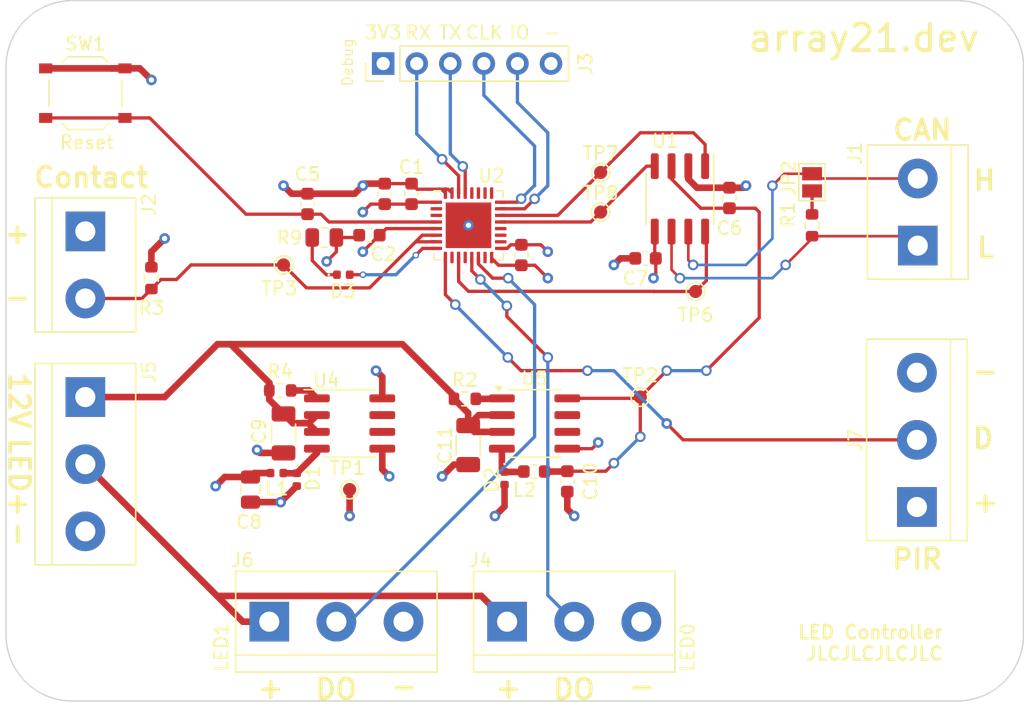
<source format=kicad_pcb>
(kicad_pcb (version 20240108) (generator "pcbnew") (generator_version "8.0")
  (layers (0 "F.Cu" signal) (1 "In1.Cu" signal "F.GND") (2 "In2.Cu" signal "F.3V3") (31 "B.Cu" signal) (34 "B.Paste" user) (35 "F.Paste" user) (36 "B.SilkS" user "B.Silkscreen") (37 "F.SilkS" user "F.Silkscreen") (38 "B.Mask" user) (39 "F.Mask" user) (44 "Edge.Cuts" user))
  (net 0 "")
  (net 1 "+3V3")
  (net 2 "GND")
  (net 3 "Net-(U2-NRST)")
  (net 4 "+5V")
  (net 5 "+12V")
  (net 6 "Net-(D1-K)")
  (net 7 "CAN+")
  (net 8 "CAN-")
  (net 9 "Door_Contact")
  (net 10 "Debug_UART_RX")
  (net 11 "Debug_UART_TX")
  (net 12 "JTAG_SWCLK")
  (net 13 "JTAG_SWDIO")
  (net 14 "Net-(U4-Ilim)")
  (net 15 "CAN_TX")
  (net 16 "CAN_RX")
  (net 17 "CAN_S")
  (net 20 "Net-(D3-K)")
  (net 21 "PIR_Signal")
  (net 24 "LED_Signal_1")
  (net 25 "LED_Signal_0")
  (net 32 "LED")
  (net 37 "Net-(D2-K)")
  (net 38 "LED+")
  (net 39 "Net-(U5-Ilim)")
  (net 42 "Net-(JP2-B)")
  (footprint "Resistor_SMD:R_0603_1608Metric" (layer "F.Cu") (at 145 63 90)
    (property "Reference" "R3" (at -2.25 0 0) (layer "F.SilkS"))
    (property "Value" "100R")
    (pad "1" smd roundrect (at -0.825 0 90) (size 0.8 0.95) (layers "F.Cu" "F.Paste" "F.Mask") (net 9 "Door_Contact"))
    (pad "2" smd roundrect (at 0.825 0 90) (size 0.8 0.95) (layers "F.Cu" "F.Paste" "F.Mask") (net 2 "GND"))
  )
  (footprint "TerminalBlock:TerminalBlock_bornier-3_P5.08mm" (layer "F.Cu") (at 140 72 -90)
    (property "Reference" "J5" (at -1.884 -4.804 90) (layer "F.SilkS"))
    (property "Value" "Power_Port")
    (pad "1" thru_hole rect (at 0 0 270) (size 3 3) (drill 1.52) (layers "*.Cu" "*.Mask") (net 5 "+12V"))
    (pad "2" thru_hole circle (at 5.08 0 270) (size 3 3) (drill 1.52) (layers "*.Cu" "*.Mask") (net 38 "LED+"))
    (pad "3" thru_hole circle (at 10.16 0 270) (size 3 3) (drill 1.52) (layers "*.Cu" "*.Mask") (net 2 "GND"))
  )
  (footprint "TerminalBlock:TerminalBlock_bornier-2_P5.08mm" (layer "F.Cu") (at 140 59.46 -90)
    (property "Reference" "J2" (at -2.02 -4.804 -90) (layer "F.SilkS"))
    (property "Value" "Contact_Sensor")
    (pad "1" thru_hole rect (at 0 0 270) (size 3 3) (drill 1.52) (layers "*.Cu" "*.Mask") (net 1 "+3V3"))
    (pad "2" thru_hole circle (at 5.08 0 270) (size 3 3) (drill 1.52) (layers "*.Cu" "*.Mask") (net 9 "Door_Contact"))
  )
  (footprint "Capacitor_SMD:C_0603_1608Metric" (layer "F.Cu") (at 164.69 56.622 90)
    (property "Reference" "C1" (at 2.032 0 180) (layer "F.SilkS"))
    (property "Value" "100nF")
    (pad "1" smd roundrect (at -0.775 0 90) (size 0.9 0.95) (layers "F.Cu" "F.Paste" "F.Mask") (net 1 "+3V3"))
    (pad "2" smd roundrect (at 0.775 0 90) (size 0.9 0.95) (layers "F.Cu" "F.Paste" "F.Mask") (net 2 "GND"))
  )
  (footprint "Inductor_SMD:L_0402_1005Metric" (layer "F.Cu") (at 154.5 77.75 180)
    (property "Reference" "L1" (at 0 -1.17 0) (layer "F.SilkS"))
    (property "Value" "1uH")
    (pad "1" smd roundrect (at -0.485 0 180) (size 0.59 0.64) (layers "F.Cu" "F.Paste" "F.Mask") (net 6 "Net-(D1-K)"))
    (pad "2" smd roundrect (at 0.485 0 180) (size 0.59 0.64) (layers "F.Cu" "F.Paste" "F.Mask") (net 1 "+3V3"))
  )
  (footprint "Capacitor_SMD:C_0603_1608Metric" (layer "F.Cu") (at 182.398 61.504 180)
    (property "Reference" "C7" (at 0.762 -1.524 180) (layer "F.SilkS"))
    (property "Value" "100nF")
    (pad "1" smd roundrect (at -0.775 0 180) (size 0.9 0.95) (layers "F.Cu" "F.Paste" "F.Mask") (net 1 "+3V3"))
    (pad "2" smd roundrect (at 0.775 0 180) (size 0.9 0.95) (layers "F.Cu" "F.Paste" "F.Mask") (net 2 "GND"))
  )
  (footprint "Resistor_SMD:R_0805_2012Metric" (layer "F.Cu") (at 158.086 59.924)
    (property "Reference" "R9" (at -2.638 0.02 0) (layer "F.SilkS"))
    (property "Value" "3.3K")
    (pad "1" smd roundrect (at -0.9125 0) (size 1.025 1.4) (layers "F.Cu" "F.Paste" "F.Mask") (roundrect_rratio 0.243902) (net 20 "Net-(D3-K)"))
    (pad "2" smd roundrect (at 0.9125 0) (size 1.025 1.4) (layers "F.Cu" "F.Paste" "F.Mask") (roundrect_rratio 0.243902) (net 2 "GND"))
  )
  (footprint "Package_SO:SOIC-8_3.9x4.9mm_P1.27mm" (layer "F.Cu") (at 185 57 -90)
    (property "Reference" "U1" (at -4.386 1.104 180) (layer "F.SilkS"))
    (property "Value" "TJA1051T-3")
    (pad "1" smd roundrect (at -2.475 -1.905 270) (size 1.95 0.6) (layers "F.Cu" "F.Paste" "F.Mask") (net 15 "CAN_TX"))
    (pad "2" smd roundrect (at -2.475 -0.635 270) (size 1.95 0.6) (layers "F.Cu" "F.Paste" "F.Mask") (net 2 "GND"))
    (pad "3" smd roundrect (at -2.475 0.635 270) (size 1.95 0.6) (layers "F.Cu" "F.Paste" "F.Mask") (net 4 "+5V"))
    (pad "4" smd roundrect (at -2.475 1.905 270) (size 1.95 0.6) (layers "F.Cu" "F.Paste" "F.Mask") (net 16 "CAN_RX"))
    (pad "5" smd roundrect (at 2.475 1.905 270) (size 1.95 0.6) (layers "F.Cu" "F.Paste" "F.Mask") (net 1 "+3V3"))
    (pad "6" smd roundrect (at 2.475 0.635 270) (size 1.95 0.6) (layers "F.Cu" "F.Paste" "F.Mask") (net 8 "CAN-"))
    (pad "7" smd roundrect (at 2.475 -0.635 270) (size 1.95 0.6) (layers "F.Cu" "F.Paste" "F.Mask") (net 7 "CAN+"))
    (pad "8" smd roundrect (at 2.475 -1.905 270) (size 1.95 0.6) (layers "F.Cu" "F.Paste" "F.Mask") (net 17 "CAN_S"))
  )
  (footprint "Diode_SMD:D_0402_1005Metric" (layer "F.Cu") (at 171.725 78.15 -90)
    (property "Reference" "D2" (at 0.119 0.962 -90) (layer "F.SilkS"))
    (property "Value" "D_Schottky")
    (pad "1" smd roundrect (at -0.485 0 270) (size 0.59 0.64) (layers "F.Cu" "F.Paste" "F.Mask") (net 37 "Net-(D2-K)"))
    (pad "2" smd roundrect (at 0.485 0 270) (size 0.59 0.64) (layers "F.Cu" "F.Paste" "F.Mask") (net 2 "GND"))
  )
  (footprint "Capacitor_SMD:C_0603_1608Metric" (layer "F.Cu") (at 176.475 78.385 -90)
    (property "Reference" "C10" (at 0 -1.75 90) (layer "F.SilkS"))
    (property "Value" "330uF")
    (pad "1" smd roundrect (at -0.775 0 270) (size 0.9 0.95) (layers "F.Cu" "F.Paste" "F.Mask") (net 4 "+5V"))
    (pad "2" smd roundrect (at 0.775 0 270) (size 0.9 0.95) (layers "F.Cu" "F.Paste" "F.Mask") (net 2 "GND"))
  )
  (footprint "TestPoint:TestPoint_Pad_D1.0mm" (layer "F.Cu") (at 182 72)
    (property "Reference" "TP2" (at 0 -1.642 0) (layer "F.SilkS"))
    (property "Value" "TestPoint")
    (pad "1" smd circle (at 0 0) (size 1 1) (layers "F.Cu" "F.Mask") (net 4 "+5V"))
  )
  (footprint "Capacitor_SMD:C_0603_1608Metric" (layer "F.Cu") (at 156.816 57.384 90)
    (property "Reference" "C5" (at 2.25 0 0) (layer "F.SilkS"))
    (property "Value" "10uF")
    (pad "1" smd roundrect (at -0.775 0 90) (size 0.9 0.95) (layers "F.Cu" "F.Paste" "F.Mask") (net 3 "Net-(U2-NRST)"))
    (pad "2" smd roundrect (at 0.775 0 90) (size 0.9 0.95) (layers "F.Cu" "F.Paste" "F.Mask") (net 2 "GND"))
  )
  (footprint "Capacitor_SMD:C_1206_3216Metric" (layer "F.Cu") (at 168.975 75.635 -90)
    (property "Reference" "C11" (at 0 1.75 90) (layer "F.SilkS"))
    (property "Value" "100uF")
    (pad "1" smd roundrect (at -1.475 0 270) (size 1.15 1.8) (layers "F.Cu" "F.Paste" "F.Mask") (roundrect_rratio 0.217391) (net 5 "+12V"))
    (pad "2" smd roundrect (at 1.475 0 270) (size 1.15 1.8) (layers "F.Cu" "F.Paste" "F.Mask") (roundrect_rratio 0.217391) (net 2 "GND"))
  )
  (footprint "Package_SO:SOIC-8_3.9x4.9mm_P1.27mm" (layer "F.Cu") (at 160 74)
    (property "Reference" "U4" (at -1.75 -3.25 0) (layer "F.SilkS"))
    (property "Value" "ADP1108AR-3.3")
    (pad "1" smd roundrect (at -2.475 -1.905) (size 1.95 0.6) (layers "F.Cu" "F.Paste" "F.Mask") (net 14 "Net-(U4-Ilim)"))
    (pad "2" smd roundrect (at -2.475 -0.635) (size 1.95 0.6) (layers "F.Cu" "F.Paste" "F.Mask") (net 5 "+12V"))
    (pad "3" smd roundrect (at -2.475 0.635) (size 1.95 0.6) (layers "F.Cu" "F.Paste" "F.Mask") (net 5 "+12V"))
    (pad "4" smd roundrect (at -2.475 1.905) (size 1.95 0.6) (layers "F.Cu" "F.Paste" "F.Mask") (net 6 "Net-(D1-K)"))
    (pad "5" smd roundrect (at 2.475 1.905) (size 1.95 0.6) (layers "F.Cu" "F.Paste" "F.Mask") (net 2 "GND"))
    (pad "6" smd roundrect (at 2.475 0.635) (size 1.95 0.6) (layers "F.Cu" "F.Paste" "F.Mask"))
    (pad "7" smd roundrect (at 2.475 -0.635) (size 1.95 0.6) (layers "F.Cu" "F.Paste" "F.Mask"))
    (pad "8" smd roundrect (at 2.475 -1.905) (size 1.95 0.6) (layers "F.Cu" "F.Paste" "F.Mask") (net 1 "+3V3"))
  )
  (footprint "TestPoint:TestPoint_Pad_D1.0mm" (layer "F.Cu") (at 155 62)
    (property "Reference" "TP3" (at -0.314 1.778 0) (layer "F.SilkS"))
    (property "Value" "TestPoint")
    (pad "1" smd circle (at 0 0) (size 1 1) (layers "F.Cu" "F.Mask") (net 9 "Door_Contact"))
  )
  (footprint "TerminalBlock:TerminalBlock_bornier-2_P5.08mm" (layer "F.Cu") (at 203 60.54 90)
    (property "Reference" "J1" (at 7 -4.75 90) (layer "F.SilkS"))
    (property "Value" "CAN")
    (pad "1" thru_hole rect (at 0 0 90) (size 3 3) (drill 1.52) (layers "*.Cu" "*.Mask") (net 8 "CAN-"))
    (pad "2" thru_hole circle (at 5.08 0 90) (size 3 3) (drill 1.52) (layers "*.Cu" "*.Mask") (net 7 "CAN+"))
  )
  (footprint "Button_Switch_SMD:SW_Push_1P1T_XKB_TS-1187A" (layer "F.Cu") (at 140 49)
    (property "Reference" "SW1" (at 0 -3.75 0) (layer "F.SilkS"))
    (property "Value" "SW_RST")
    (pad "1" smd rect (at -3 -1.875) (size 1 0.75) (layers "F.Cu" "F.Paste" "F.Mask") (net 2 "GND"))
    (pad "1" smd rect (at 3 -1.875) (size 1 0.75) (layers "F.Cu" "F.Paste" "F.Mask") (net 2 "GND"))
    (pad "2" smd rect (at -3 1.875) (size 1 0.75) (layers "F.Cu" "F.Paste" "F.Mask") (net 3 "Net-(U2-NRST)"))
    (pad "2" smd rect (at 3 1.875) (size 1 0.75) (layers "F.Cu" "F.Paste" "F.Mask") (net 3 "Net-(U2-NRST)"))
  )
  (footprint "Capacitor_SMD:C_0805_2012Metric" (layer "F.Cu") (at 152.5 79 -90)
    (property "Reference" "C8" (at 2.454 0.112 0) (layer "F.SilkS"))
    (property "Value" "330uF")
    (pad "1" smd roundrect (at -0.95 0 270) (size 1 1.45) (layers "F.Cu" "F.Paste" "F.Mask") (net 1 "+3V3"))
    (pad "2" smd roundrect (at 0.95 0 270) (size 1 1.45) (layers "F.Cu" "F.Paste" "F.Mask") (net 2 "GND"))
  )
  (footprint "Capacitor_SMD:C_0603_1608Metric" (layer "F.Cu") (at 188.748 56.932 -90)
    (property "Reference" "C6" (at 2.286 0 180) (layer "F.SilkS"))
    (property "Value" "100nF")
    (pad "1" smd roundrect (at -0.775 0 270) (size 0.9 0.95) (layers "F.Cu" "F.Paste" "F.Mask") (net 2 "GND"))
    (pad "2" smd roundrect (at 0.775 0 270) (size 0.9 0.95) (layers "F.Cu" "F.Paste" "F.Mask") (net 4 "+5V"))
  )
  (footprint "TestPoint:TestPoint_Pad_D1.0mm" (layer "F.Cu") (at 186.182 64.008)
    (property "Reference" "TP6" (at 0 1.778 0) (layer "F.SilkS"))
    (property "Value" "TestPoint")
    (pad "1" smd circle (at 0 0) (size 1 1) (layers "F.Cu" "F.Mask") (net 17 "CAN_S"))
  )
  (footprint "TerminalBlock:TerminalBlock_bornier-3_P5.08mm" (layer "F.Cu") (at 153.92 89)
    (property "Reference" "J6" (at -2.02 -4.65 0) (layer "F.SilkS"))
    (property "Value" "LED1")
    (pad "1" thru_hole rect (at 0 0) (size 3 3) (drill 1.52) (layers "*.Cu" "*.Mask") (net 38 "LED+"))
    (pad "2" thru_hole circle (at 5.08 0) (size 3 3) (drill 1.52) (layers "*.Cu" "*.Mask") (net 24 "LED_Signal_1"))
    (pad "3" thru_hole circle (at 10.16 0) (size 3 3) (drill 1.52) (layers "*.Cu" "*.Mask") (net 2 "GND"))
  )
  (footprint "TestPoint:TestPoint_Pad_D1.0mm" (layer "F.Cu") (at 179 55)
    (property "Reference" "TP7" (at 0 -1.448 0) (layer "F.SilkS"))
    (property "Value" "TestPoint")
    (pad "1" smd circle (at 0 0) (size 1 1) (layers "F.Cu" "F.Mask") (net 15 "CAN_TX"))
  )
  (footprint "Capacitor_SMD:C_0603_1608Metric" (layer "F.Cu") (at 173 61.25 -90)
    (property "Reference" "C3" (hide yes))
    (property "Value" "100nF")
    (pad "1" smd roundrect (at -0.775 0 270) (size 0.9 0.95) (layers "F.Cu" "F.Paste" "F.Mask") (net 1 "+3V3"))
    (pad "2" smd roundrect (at 0.775 0 270) (size 0.9 0.95) (layers "F.Cu" "F.Paste" "F.Mask") (net 2 "GND"))
  )
  (footprint "Resistor_SMD:R_0603_1608Metric" (layer "F.Cu") (at 168.725 72.135)
    (property "Reference" "R2" (at 0 -1.43 0) (layer "F.SilkS"))
    (property "Value" "220R")
    (pad "1" smd roundrect (at -0.825 0) (size 0.8 0.95) (layers "F.Cu" "F.Paste" "F.Mask") (net 5 "+12V"))
    (pad "2" smd roundrect (at 0.825 0) (size 0.8 0.95) (layers "F.Cu" "F.Paste" "F.Mask") (net 39 "Net-(U5-Ilim)"))
  )
  (footprint "Connector_PinHeader_2.54mm:PinHeader_1x06_P2.54mm_Vertical" (layer "F.Cu") (at 162.542 46.76 90)
    (property "Reference" "J3" (at -0.018 15.3 90) (layer "F.SilkS"))
    (property "Value" "Debug_Port")
    (pad "1" thru_hole rect (at 0 0 90) (size 1.7 1.7) (drill 1) (layers "*.Cu" "*.Mask") (net 1 "+3V3"))
    (pad "2" thru_hole oval (at 0 2.54 90) (size 1.7 1.7) (drill 1) (layers "*.Cu" "*.Mask") (net 10 "Debug_UART_RX"))
    (pad "3" thru_hole oval (at 0 5.08 90) (size 1.7 1.7) (drill 1) (layers "*.Cu" "*.Mask") (net 11 "Debug_UART_TX"))
    (pad "4" thru_hole oval (at 0 7.62 90) (size 1.7 1.7) (drill 1) (layers "*.Cu" "*.Mask") (net 12 "JTAG_SWCLK"))
    (pad "5" thru_hole oval (at 0 10.16 90) (size 1.7 1.7) (drill 1) (layers "*.Cu" "*.Mask") (net 13 "JTAG_SWDIO"))
    (pad "6" thru_hole oval (at 0 12.7 90) (size 1.7 1.7) (drill 1) (layers "*.Cu" "*.Mask") (net 2 "GND"))
  )
  (footprint "TestPoint:TestPoint_Pad_D1.0mm" (layer "F.Cu") (at 160 79)
    (property "Reference" "TP1" (at -0.164 -1.628 0) (layer "F.SilkS"))
    (property "Value" "TestPoint")
    (pad "1" smd circle (at 0 0) (size 1 1) (layers "F.Cu" "F.Mask") (net 1 "+3V3"))
  )
  (footprint "Diode_SMD:D_0402_1005Metric" (layer "F.Cu") (at 156 78.25 -90)
    (property "Reference" "D1" (at -0.098 -1.214 90) (layer "F.SilkS"))
    (property "Value" "D_Schottky")
    (pad "1" smd roundrect (at -0.485 0 270) (size 0.59 0.64) (layers "F.Cu" "F.Paste" "F.Mask") (net 6 "Net-(D1-K)"))
    (pad "2" smd roundrect (at 0.485 0 270) (size 0.59 0.64) (layers "F.Cu" "F.Paste" "F.Mask") (net 2 "GND"))
  )
  (footprint "Jumper:SolderJumper-2_P1.3mm_Open_Pad1.0x1.5mm" (layer "F.Cu") (at 195 55.75 -90)
    (property "Reference" "JP2" (at -0.306 1.778 90) (layer "F.SilkS"))
    (property "Value" "CAN_Resistor")
    (pad "1" smd rect (at -0.65 0 270) (size 1 1.5) (layers "F.Cu" "F.Mask") (net 7 "CAN+"))
    (pad "2" smd rect (at 0.65 0 270) (size 1 1.5) (layers "F.Cu" "F.Mask") (net 42 "Net-(JP2-B)"))
  )
  (footprint "Package_SO:SOIC-8_3.9x4.9mm_P1.27mm" (layer "F.Cu") (at 174 74)
    (property "Reference" "U5" (at 0 -3.4 0) (layer "F.SilkS"))
    (property "Value" "ADP1108AR-5")
    (pad "1" smd roundrect (at -2.475 -1.905) (size 1.95 0.6) (layers "F.Cu" "F.Paste" "F.Mask") (net 39 "Net-(U5-Ilim)"))
    (pad "2" smd roundrect (at -2.475 -0.635) (size 1.95 0.6) (layers "F.Cu" "F.Paste" "F.Mask") (net 5 "+12V"))
    (pad "3" smd roundrect (at -2.475 0.635) (size 1.95 0.6) (layers "F.Cu" "F.Paste" "F.Mask") (net 5 "+12V"))
    (pad "4" smd roundrect (at -2.475 1.905) (size 1.95 0.6) (layers "F.Cu" "F.Paste" "F.Mask") (net 37 "Net-(D2-K)"))
    (pad "5" smd roundrect (at 2.475 1.905) (size 1.95 0.6) (layers "F.Cu" "F.Paste" "F.Mask") (net 2 "GND"))
    (pad "6" smd roundrect (at 2.475 0.635) (size 1.95 0.6) (layers "F.Cu" "F.Paste" "F.Mask"))
    (pad "7" smd roundrect (at 2.475 -0.635) (size 1.95 0.6) (layers "F.Cu" "F.Paste" "F.Mask"))
    (pad "8" smd roundrect (at 2.475 -1.905) (size 1.95 0.6) (layers "F.Cu" "F.Paste" "F.Mask") (net 4 "+5V"))
  )
  (footprint "Package_DFN_QFN:QFN-32-1EP_5x5mm_P0.5mm_EP3.45x3.45mm" (layer "F.Cu") (at 169 59)
    (property "Reference" "U2" (at 1.75 -3.75 0) (layer "F.SilkS"))
    (property "Value" "STM32L432KBU6")
    (pad "1" smd roundrect (at -2.4375 -1.75) (size 0.875 0.25) (layers "F.Cu" "F.Paste" "F.Mask") (net 1 "+3V3"))
    (pad "2" smd roundrect (at -2.4375 -1.25) (size 0.875 0.25) (layers "F.Cu" "F.Paste" "F.Mask"))
    (pad "3" smd roundrect (at -2.4375 -0.75) (size 0.875 0.25) (layers "F.Cu" "F.Paste" "F.Mask"))
    (pad "4" smd roundrect (at -2.4375 -0.25) (size 0.875 0.25) (layers "F.Cu" "F.Paste" "F.Mask") (net 3 "Net-(U2-NRST)"))
    (pad "5" smd roundrect (at -2.4375 0.25) (size 0.875 0.25) (layers "F.Cu" "F.Paste" "F.Mask") (net 1 "+3V3"))
    (pad "6" smd roundrect (at -2.4375 0.75) (size 0.875 0.25) (layers "F.Cu" "F.Paste" "F.Mask") (net 9 "Door_Contact"))
    (pad "7" smd roundrect (at -2.4375 1.25) (size 0.875 0.25) (layers "F.Cu" "F.Paste" "F.Mask") (net 9 "Door_Contact"))
    (pad "8" smd roundrect (at -2.4375 1.75) (size 0.875 0.25) (layers "F.Cu" "F.Paste" "F.Mask") (net 32 "LED"))
    (pad "9" smd roundrect (at -1.75 2.4375) (size 0.25 0.875) (layers "F.Cu" "F.Paste" "F.Mask") (net 21 "PIR_Signal"))
    (pad "10" smd roundrect (at -1.25 2.4375) (size 0.25 0.875) (layers "F.Cu" "F.Paste" "F.Mask"))
    (pad "11" smd roundrect (at -0.75 2.4375) (size 0.25 0.875) (layers "F.Cu" "F.Paste" "F.Mask") (net 17 "CAN_S"))
    (pad "12" smd roundrect (at -0.25 2.4375) (size 0.25 0.875) (layers "F.Cu" "F.Paste" "F.Mask"))
    (pad "13" smd roundrect (at 0.25 2.4375) (size 0.25 0.875) (layers "F.Cu" "F.Paste" "F.Mask") (net 25 "LED_Signal_0"))
    (pad "14" smd roundrect (at 0.75 2.4375) (size 0.25 0.875) (layers "F.Cu" "F.Paste" "F.Mask") (net 24 "LED_Signal_1"))
    (pad "15" smd roundrect (at 1.25 2.4375) (size 0.25 0.875) (layers "F.Cu" "F.Paste" "F.Mask"))
    (pad "16" smd roundrect (at 1.75 2.4375) (size 0.25 0.875) (layers "F.Cu" "F.Paste" "F.Mask") (net 2 "GND"))
    (pad "17" smd roundrect (at 2.4375 1.75) (size 0.875 0.25) (layers "F.Cu" "F.Paste" "F.Mask") (net 1 "+3V3"))
    (pad "18" smd roundrect (at 2.4375 1.25) (size 0.875 0.25) (layers "F.Cu" "F.Paste" "F.Mask"))
    (pad "19" smd roundrect (at 2.4375 0.75) (size 0.875 0.25) (layers "F.Cu" "F.Paste" "F.Mask"))
    (pad "20" smd roundrect (at 2.4375 0.25) (size 0.875 0.25) (layers "F.Cu" "F.Paste" "F.Mask"))
    (pad "21" smd roundrect (at 2.4375 -0.25) (size 0.875 0.25) (layers "F.Cu" "F.Paste" "F.Mask") (net 16 "CAN_RX"))
    (pad "22" smd roundrect (at 2.4375 -0.75) (size 0.875 0.25) (layers "F.Cu" "F.Paste" "F.Mask") (net 15 "CAN_TX"))
    (pad "23" smd roundrect (at 2.4375 -1.25) (size 0.875 0.25) (layers "F.Cu" "F.Paste" "F.Mask") (net 13 "JTAG_SWDIO"))
    (pad "24" smd roundrect (at 2.4375 -1.75) (size 0.875 0.25) (layers "F.Cu" "F.Paste" "F.Mask") (net 12 "JTAG_SWCLK"))
    (pad "25" smd roundrect (at 1.75 -2.4375) (size 0.25 0.875) (layers "F.Cu" "F.Paste" "F.Mask"))
    (pad "26" smd roundrect (at 1.25 -2.4375) (size 0.25 0.875) (layers "F.Cu" "F.Paste" "F.Mask"))
    (pad "27" smd roundrect (at 0.75 -2.4375) (size 0.25 0.875) (layers "F.Cu" "F.Paste" "F.Mask"))
    (pad "28" smd roundrect (at 0.25 -2.4375) (size 0.25 0.875) (layers "F.Cu" "F.Paste" "F.Mask"))
    (pad "29" smd roundrect (at -0.25 -2.4375) (size 0.25 0.875) (layers "F.Cu" "F.Paste" "F.Mask") (net 11 "Debug_UART_TX"))
    (pad "30" smd roundrect (at -0.75 -2.4375) (size 0.25 0.875) (layers "F.Cu" "F.Paste" "F.Mask") (net 10 "Debug_UART_RX"))
    (pad "31" smd roundrect (at -1.25 -2.4375) (size 0.25 0.875) (layers "F.Cu" "F.Paste" "F.Mask") (net 2 "GND"))
    (pad "32" smd roundrect (at -1.75 -2.4375) (size 0.25 0.875) (layers "F.Cu" "F.Paste" "F.Mask") (net 2 "GND"))
    (pad "33" smd rect (at 0 0) (size 3.45 3.45) (layers "F.Cu" "F.Mask") (net 2 "GND"))
  )
  (footprint "Resistor_SMD:R_0603_1608Metric" (layer "F.Cu") (at 154.75 71.5)
    (property "Reference" "R4" (at 0 -1.43 0) (layer "F.SilkS"))
    (property "Value" "100R")
    (pad "1" smd roundrect (at -0.825 0) (size 0.8 0.95) (layers "F.Cu" "F.Paste" "F.Mask") (net 5 "+12V"))
    (pad "2" smd roundrect (at 0.825 0) (size 0.8 0.95) (layers "F.Cu" "F.Paste" "F.Mask") (net 14 "Net-(U4-Ilim)"))
  )
  (footprint "Capacitor_SMD:C_1206_3216Metric" (layer "F.Cu") (at 155 74.75 -90)
    (property "Reference" "C9" (at -0.154 1.85 90) (layer "F.SilkS"))
    (property "Value" "100uF")
    (pad "1" smd roundrect (at -1.475 0 270) (size 1.15 1.8) (layers "F.Cu" "F.Paste" "F.Mask") (roundrect_rratio 0.217391) (net 5 "+12V"))
    (pad "2" smd roundrect (at 1.475 0 270) (size 1.15 1.8) (layers "F.Cu" "F.Paste" "F.Mask") (roundrect_rratio 0.217391) (net 2 "GND"))
  )
  (footprint "TestPoint:TestPoint_Pad_D1.0mm" (layer "F.Cu") (at 179 58)
    (property "Reference" "TP8" (at 0 -1.448 0) (layer "F.SilkS"))
    (property "Value" "TestPoint")
    (pad "1" smd circle (at 0 0) (size 1 1) (layers "F.Cu" "F.Mask") (net 16 "CAN_RX"))
  )
  (footprint "Resistor_SMD:R_0603_1608Metric" (layer "F.Cu") (at 195 59 -90)
    (property "Reference" "R1" (at -0.806 1.828 90) (layer "F.SilkS"))
    (property "Value" "120R")
    (pad "1" smd roundrect (at -0.825 0 270) (size 0.8 0.95) (layers "F.Cu" "F.Paste" "F.Mask") (net 42 "Net-(JP2-B)"))
    (pad "2" smd roundrect (at 0.825 0 270) (size 0.8 0.95) (layers "F.Cu" "F.Paste" "F.Mask") (net 8 "CAN-"))
  )
  (footprint "TerminalBlock:TerminalBlock_bornier-3_P5.08mm" (layer "F.Cu") (at 202.936 80.318 90)
    (property "Reference" "J7" (at 5.05 -4.65 90) (layer "F.SilkS"))
    (property "Value" "PIR_Sensor")
    (pad "1" thru_hole rect (at 0 0 90) (size 3 3) (drill 1.52) (layers "*.Cu" "*.Mask") (net 1 "+3V3"))
    (pad "2" thru_hole circle (at 5.08 0 90) (size 3 3) (drill 1.52) (layers "*.Cu" "*.Mask") (net 21 "PIR_Signal"))
    (pad "3" thru_hole circle (at 10.16 0 90) (size 3 3) (drill 1.52) (layers "*.Cu" "*.Mask") (net 2 "GND"))
  )
  (footprint "Inductor_SMD:L_0603_1608Metric" (layer "F.Cu") (at 173.975 77.635)
    (property "Reference" "L2" (at -0.75 1.396 180) (layer "F.SilkS"))
    (property "Value" "330u")
    (pad "1" smd roundrect (at -0.7875 0) (size 0.875 0.95) (layers "F.Cu" "F.Paste" "F.Mask") (net 37 "Net-(D2-K)"))
    (pad "2" smd roundrect (at 0.7875 0) (size 0.875 0.95) (layers "F.Cu" "F.Paste" "F.Mask") (net 4 "+5V"))
  )
  (footprint "Capacitor_SMD:C_0603_1608Metric" (layer "F.Cu") (at 161.5 59.75 180)
    (property "Reference" "C2" (at -1.06 -1.444 180) (layer "F.SilkS"))
    (property "Value" "100nF")
    (pad "1" smd roundrect (at -0.775 0 180) (size 0.9 0.95) (layers "F.Cu" "F.Paste" "F.Mask") (net 1 "+3V3"))
    (pad "2" smd roundrect (at 0.775 0 180) (size 0.9 0.95) (layers "F.Cu" "F.Paste" "F.Mask") (net 2 "GND"))
  )
  (footprint "Capacitor_SMD:C_0603_1608Metric" (layer "F.Cu") (at 162.658 56.622 90)
    (property "Reference" "C4" (hide yes))
    (property "Value" "10uF")
    (pad "1" smd roundrect (at -0.775 0 90) (size 0.9 0.95) (layers "F.Cu" "F.Paste" "F.Mask") (net 1 "+3V3"))
    (pad "2" smd roundrect (at 0.775 0 90) (size 0.9 0.95) (layers "F.Cu" "F.Paste" "F.Mask") (net 2 "GND"))
  )
  (footprint "LED_SMD:LED_0402_1005Metric" (layer "F.Cu") (at 159.525 62.74)
    (property "Reference" "D3" (at -0.025 1.26 0) (layer "F.SilkS"))
    (property "Value" "LED")
    (pad "1" smd roundrect (at -0.485 0) (size 0.59 0.64) (layers "F.Cu" "F.Paste" "F.Mask") (net 20 "Net-(D3-K)"))
    (pad "2" smd roundrect (at 0.485 0) (size 0.59 0.64) (layers "F.Cu" "F.Paste" "F.Mask") (net 32 "LED"))
  )
  (footprint "TerminalBlock:TerminalBlock_bornier-3_P5.08mm" (layer "F.Cu") (at 171.92 89)
    (property "Reference" "J4" (at -2.006 -4.65 0) (layer "F.SilkS"))
    (property "Value" "LED0")
    (pad "1" thru_hole rect (at 0 0) (size 3 3) (drill 1.52) (layers "*.Cu" "*.Mask") (net 38 "LED+"))
    (pad "2" thru_hole circle (at 5.08 0) (size 3 3) (drill 1.52) (layers "*.Cu" "*.Mask") (net 25 "LED_Signal_0"))
    (pad "3" thru_hole circle (at 10.16 0) (size 3 3) (drill 1.52) (layers "*.Cu" "*.Mask") (net 2 "GND"))
  )
  (gr_line (start 139 95) (end 206 95) (stroke (width 0.1)) (layer "Edge.Cuts"))
  (gr_line (start 206 42) (end 139 42) (stroke (width 0.1)) (layer "Edge.Cuts"))
  (gr_line (start 134 47) (end 134 90) (stroke (width 0.1)) (layer "Edge.Cuts"))
  (gr_arc (start 139 95) (mid 135.464466 93.535534) (end 134 90) (stroke (width 0.1)) (layer "Edge.Cuts"))
  (gr_arc (start 134 47) (mid 135.464466 43.464466) (end 139 42) (stroke (width 0.1)) (layer "Edge.Cuts"))
  (gr_line (start 211 90) (end 211 47) (stroke (width 0.1)) (layer "Edge.Cuts"))
  (gr_arc (start 211 90) (mid 209.535534 93.535534) (end 206 95) (stroke (width 0.1)) (layer "Edge.Cuts"))
  (gr_arc (start 206 42) (mid 209.535534 43.464466) (end 211 47) (stroke (width 0.1)) (layer "Edge.Cuts"))
  (gr_text "LED0" (at 186.17 92.872 90) (layer "F.SilkS") (effects (font (size 1 1)) (justify left bottom)))
  (gr_text "H" (at 207.064 56.476 0) (layer "F.SilkS") (effects (font (size 1.5 1.5) (thickness 0.3) (bold yes)) (justify left bottom)))
  (gr_text "-\n" (at 134.112 81.25 270) (layer "F.SilkS") (effects (font (size 1.5 1.5) (thickness 0.3) (bold yes)) (justify left bottom)))
  (gr_text "-" (at 174.54 45 0) (layer "F.SilkS") (effects (font (size 1 1)) (justify left bottom)))
  (gr_text "12V" (at 134.112 70 270) (layer "F.SilkS") (effects (font (size 1.5 1.5) (thickness 0.3) (bold yes)) (justify left bottom)))
  (gr_text "CLK" (at 168.698 45 0) (layer "F.SilkS") (effects (font (size 1 1)) (justify left bottom)))
  (gr_text "+\n" (at 153.25 93 270) (layer "F.SilkS") (effects (font (size 1.5 1.5) (thickness 0.3) (bold yes)) (justify left bottom)))
  (gr_text "RX" (at 164.126 45 0) (layer "F.SilkS") (effects (font (size 1 1)) (justify left bottom)))
  (gr_text "TX" (at 166.666 45 0) (layer "F.SilkS") (effects (font (size 1 1)) (justify left bottom)))
  (gr_text "PIR" (at 200.904 85.144 0) (layer "F.SilkS") (effects (font (size 1.5 1.5) (thickness 0.3) (bold yes)) (justify left bottom)))
  (gr_text "D" (at 207 76 0) (layer "F.SilkS") (effects (font (size 1.5 1.5) (thickness 0.3) (bold yes)) (justify left bottom)))
  (gr_text "-\n" (at 163 94.75 0) (layer "F.SilkS") (effects (font (size 1.5 1.5) (thickness 0.3) (bold yes)) (justify left bottom)))
  (gr_text "-\n" (at 181 94.75 0) (layer "F.SilkS") (effects (font (size 1.5 1.5) (thickness 0.3) (bold yes)) (justify left bottom)))
  (gr_text "DO\n" (at 157.25 95 0) (layer "F.SilkS") (effects (font (size 1.5 1.5) (thickness 0.3) (bold yes)) (justify left bottom)))
  (gr_text "Contact" (at 135.9635 56.25 0) (layer "F.SilkS") (effects (font (size 1.5 1.5) (thickness 0.3) (bold yes)) (justify left bottom)))
  (gr_text "+\n" (at 171.25 93 270) (layer "F.SilkS") (effects (font (size 1.5 1.5) (thickness 0.3) (bold yes)) (justify left bottom)))
  (gr_text "CAN" (at 200.968 52.666 0) (layer "F.SilkS") (effects (font (size 1.5 1.5) (thickness 0.3) (bold yes)) (justify left bottom)))
  (gr_text "-\n" (at 207 70.92 0) (layer "F.SilkS") (effects (font (size 1.5 1.5) (thickness 0.3) (bold yes)) (justify left bottom)))
  (gr_text "-\n" (at 136 63.778 180) (layer "F.SilkS") (effects (font (size 1.5 1.5) (thickness 0.3) (bold yes)) (justify left bottom)))
  (gr_text "LED Controller\nJLCJLCJLCJLC" (at 205 92 0) (layer "F.SilkS") (effects (font (size 1 1) (thickness 0.2) (bold yes)) (justify right bottom)))
  (gr_text "LED1" (at 150.884 92.872 90) (layer "F.SilkS") (effects (font (size 1 1)) (justify left bottom)))
  (gr_text "3V3" (at 161.078 45 0) (layer "F.SilkS") (effects (font (size 1 1)) (justify left bottom)))
  (gr_text "Reset" (at 137.968 53.318 0) (layer "F.SilkS") (effects (font (size 1 1)) (justify left bottom)))
  (gr_text "L" (at 207.318 61.556 0) (layer "F.SilkS") (effects (font (size 1.5 1.5) (thickness 0.3) (bold yes)) (justify left bottom)))
  (gr_text "DO\n" (at 175.25 95 0) (layer "F.SilkS") (effects (font (size 1.5 1.5) (thickness 0.3) (bold yes)) (justify left bottom)))
  (gr_text "+" (at 136 58.952 180) (layer "F.SilkS") (effects (font (size 1.5 1.5) (thickness 0.3) (bold yes)) (justify left bottom)))
  (gr_text "LED+" (at 134.112 74.93 270) (layer "F.SilkS") (effects (font (size 1.5 1.5) (thickness 0.3) (bold yes)) (justify left bottom)))
  (gr_text "Debug" (at 160.316 48.556 90) (layer "F.SilkS") (effects (font (size 0.8 0.8) (thickness 0.1)) (justify left bottom)))
  (gr_text "array21.dev" (at 190 46 0) (layer "F.SilkS") (effects (font (size 2 2) (thickness 0.3)) (justify left bottom)))
  (gr_text "IO" (at 172 45 0) (layer "F.SilkS") (effects (font (size 1 1)) (justify left bottom)))
  (gr_text "+\n" (at 207 80.826 0) (layer "F.SilkS") (effects (font (size 1.5 1.5) (thickness 0.3) (bold yes)) (justify left bottom)))
  (segment (start 183.095 61.426) (end 183.173 61.504) (width 0.25) (layer "F.Cu") (net 1))
  (segment (start 162.475 70.475) (end 162 70) (width 0.5) (layer "F.Cu") (net 1))
  (segment (start 171.92474 60.75) (end 172.19974 60.475) (width 0.25) (layer "F.Cu") (net 1))
  (segment (start 164.69 57.397) (end 164.837 57.25) (width 0.25) (layer "F.Cu") (net 1))
  (segment (start 154.015 77.75) (end 152.8 77.75) (width 0.5) (layer "F.Cu") (net 1))
  (segment (start 183.095 59.475) (end 183.095 61.426) (width 0.25) (layer "F.Cu") (net 1))
  (segment (start 162.475 72.095) (end 162.475 70.475) (width 0.5) (layer "F.Cu") (net 1))
  (segment (start 160 79) (end 160 81) (width 0.5) (layer "F.Cu") (net 1))
  (segment (start 161.603 57.397) (end 161 58) (width 0.25) (layer "F.Cu") (net 1))
  (segment (start 172.73 60.75) (end 172.75 60.77) (width 0.25) (layer "F.Cu") (net 1))
  (segment (start 162.775 59.25) (end 162.275 59.75) (width 0.25) (layer "F.Cu") (net 1))
  (segment (start 150.55 78.05) (end 149.86 78.74) (width 0.5) (layer "F.Cu") (net 1))
  (segment (start 162.275 59.75) (end 162.25 59.75) (width 0.25) (layer "F.Cu") (net 1))
  (segment (start 166.5625 59.25) (end 162.775 59.25) (width 0.25) (layer "F.Cu") (net 1))
  (segment (start 164.69 57.397) (end 162.658 57.397) (width 0.25) (layer "F.Cu") (net 1))
  (segment (start 174.475 60.475) (end 175 61) (width 0.25) (layer "F.Cu") (net 1))
  (segment (start 164.837 57.25) (end 166.5625 57.25) (width 0.25) (layer "F.Cu") (net 1))
  (segment (start 171.4375 60.75) (end 171.92474 60.75) (width 0.25) (layer "F.Cu") (net 1))
  (segment (start 162.25 59.75) (end 161 61) (width 0.25) (layer "F.Cu") (net 1))
  (segment (start 152.5 78.05) (end 150.55 78.05) (width 0.5) (layer "F.Cu") (net 1))
  (segment (start 172.19974 60.475) (end 173 60.475) (width 0.25) (layer "F.Cu") (net 1))
  (segment (start 183.173 62.827) (end 183 63) (width 0.25) (layer "F.Cu") (net 1))
  (segment (start 173 60.475) (end 174.475 60.475) (width 0.25) (layer "F.Cu") (net 1))
  (segment (start 162.658 57.397) (end 161.603 57.397) (width 0.25) (layer "F.Cu") (net 1))
  (segment (start 183.173 61.504) (end 183.173 62.827) (width 0.25) (layer "F.Cu") (net 1))
  (segment (start 152.8 77.75) (end 152.5 78.05) (width 0.5) (layer "F.Cu") (net 1))
  (via (at 149.86 78.74) (size 0.8) (drill 0.4) (layers "F.Cu" "B.Cu") (net 1))
  (via (at 162 70) (size 0.8) (drill 0.4) (layers "F.Cu" "B.Cu") (net 1))
  (via (at 160 81) (size 0.8) (drill 0.4) (layers "F.Cu" "B.Cu") (net 1))
  (via (at 161 58) (size 0.8) (drill 0.4) (layers "F.Cu" "B.Cu") (net 1))
  (via (at 183 63) (size 0.8) (drill 0.4) (layers "F.Cu" "B.Cu") (net 1))
  (via (at 161 61) (size 0.8) (drill 0.4) (layers "F.Cu" "B.Cu") (net 1))
  (via (at 175 61) (size 0.8) (drill 0.4) (layers "F.Cu" "B.Cu") (net 1))
  (segment (start 137 47.125) (end 142 47.125) (width 0.5) (layer "F.Cu") (net 2))
  (segment (start 156.816 56.609) (end 160.391 56.609) (width 0.5) (layer "F.Cu") (net 2))
  (segment (start 185.635 55.499999) (end 186.292001 56.157) (width 0.5) (layer "F.Cu") (net 2))
  (segment (start 154.785 79.95) (end 156 78.735) (width 0.5) (layer "F.Cu") (net 2))
  (segment (start 142 47.125) (end 143.125 47.125) (width 0.5) (layer "F.Cu") (net 2))
  (segment (start 176.475 80.475) (end 177 81) (width 0.5) (layer "F.Cu") (net 2))
  (segment (start 145 61) (end 146 60) (width 0.5) (layer "F.Cu") (net 2))
  (segment (start 158.9985 59.924) (end 158.9985 60.2485) (width 0.25) (layer "F.Cu") (net 2))
  (segment (start 166.75 56.27) (end 166.9575 56.27) (width 0.25) (layer "F.Cu") (net 2))
  (segment (start 167.89 77.11) (end 167 78) (width 0.5) (layer "F.Cu") (net 2))
  (segment (start 170.75 61.4375) (end 170.75 61.5) (width 0.25) (layer "F.Cu") (net 2))
  (segment (start 145 62.175) (end 145 61) (width 0.5) (layer "F.Cu") (net 2))
  (segment (start 170.75 61.5) (end 171.275 62.025) (width 0.25) (layer "F.Cu") (net 2))
  (segment (start 162.658 55.847) (end 161.153 55.847) (width 0.5) (layer "F.Cu") (net 2))
  (segment (start 167.4575 56.27) (end 167.75 56.5625) (width 0.25) (layer "F.Cu") (net 2))
  (segment (start 160.551 59.924) (end 160.725 59.75) (width 0.25) (layer "F.Cu") (net 2))
  (segment (start 153.225 76.225) (end 153 76) (width 0.5) (layer "F.Cu") (net 2))
  (segment (start 176.475 79.16) (end 176.475 80.475) (width 0.5) (layer "F.Cu") (net 2))
  (segment (start 173 62.025) (end 174.025 62.025) (width 0.25) (layer "F.Cu") (net 2))
  (segment (start 155 76.225) (end 153.225 76.225) (width 0.5) (layer "F.Cu") (net 2))
  (segment (start 171.725 80.275) (end 171 81) (width 0.5) (layer "F.Cu") (net 2))
  (segment (start 156.816 56.609) (end 155.609 56.609) (width 0.5) (layer "F.Cu") (net 2))
  (segment (start 166.75 56.27) (end 167.4575 56.27) (width 0.25) (layer "F.Cu") (net 2))
  (segment (start 181.623 61.504) (end 180.496 61.504) (width 0.5) (layer "F.Cu") (net 2))
  (segment (start 161.153 55.847) (end 161 56) (width 0.5) (layer "F.Cu") (net 2))
  (segment (start 180.496 61.504) (end 180 62) (width 0.5) (layer "F.Cu") (net 2))
  (segment (start 152.5 79.95) (end 154.785 79.95) (width 0.5) (layer "F.Cu") (net 2))
  (segment (start 186.292001 56.157) (end 188.748 56.157) (width 0.5) (layer "F.Cu") (net 2))
  (segment (start 166.9575 56.27) (end 167.25 56.5625) (width 0.25) (layer "F.Cu") (net 2))
  (segment (start 155.609 56.609) (end 155 56) (width 0.5) (layer "F.Cu") (net 2))
  (segment (start 160.391 56.609) (end 161 56) (width 0.5) (layer "F.Cu") (net 2))
  (segment (start 143 47.125) (end 144.125 47.125) (width 0.5) (layer "F.Cu") (net 2))
  (segment (start 168.975 77.11) (end 167.89 77.11) (width 0.5) (layer "F.Cu") (net 2))
  (segment (start 162.475 75.905) (end 162.475 77.475) (width 0.5) (layer "F.Cu") (net 2))
  (segment (start 142 47.125) (end 143 47.125) (width 0.5) (layer "F.Cu") (net 2))
  (segment (start 144.125 47.125) (end 145 48) (width 0.5) (layer "F.Cu") (net 2))
  (segment (start 162.475 77.475) (end 163 78) (width 0.5) (layer "F.Cu") (net 2))
  (segment (start 158.9985 61.0015) (end 158.262653 61.737347) (width 0.25) (layer "F.Cu") (net 2))
  (segment (start 165.113 56.27) (end 166.75 56.27) (width 0.25) (layer "F.Cu") (net 2))
  (segment (start 188.843 56.157) (end 188.748 56.157) (width 0.5) (layer "F.Cu") (net 2))
  (segment (start 178.349 75.905) (end 178.816 75.438) (width 0.25) (layer "F.Cu") (net 2))
  (segment (start 176.475 75.905) (end 178.349 75.905) (width 0.25) (layer "F.Cu") (net 2))
  (segment (start 164.69 55.847) (end 165.113 56.27) (width 0.25) (layer "F.Cu") (net 2))
  (segment (start 158.9985 59.924) (end 158.9985 61.0015) (width 0.25) (layer "F.Cu") (net 2))
  (segment (start 188.748 56.157) (end 189.843 56.157) (width 0.5) (layer "F.Cu") (net 2))
  (segment (start 171.275 62.025) (end 173 62.025) (width 0.25) (layer "F.Cu") (net 2))
  (segment (start 185.635 54.525) (end 185.635 55.499999) (width 0.5) (layer "F.Cu") (net 2))
  (segment (start 171.725 78.635) (end 171.725 80.275) (width 0.5) (layer "F.Cu") (net 2))
  (segment (start 158.9985 59.924) (end 160.551 59.924) (width 0.25) (layer "F.Cu") (net 2))
  (segment (start 174.025 62.025) (end 175 63) (width 0.25) (layer "F.Cu") (net 2))
  (segment (start 164.69 55.847) (end 162.658 55.847) (width 0.25) (layer "F.Cu") (net 2))
  (segment (start 189.843 56.157) (end 190 56) (width 0.5) (layer "F.Cu") (net 2))
  (via (at 171 81) (size 0.8) (drill 0.4) (layers "F.Cu" "B.Cu") (net 2))
  (via (at 163 78) (size 0.8) (drill 0.4) (layers "F.Cu" "B.Cu") (net 2))
  (via (at 167 78) (size 0.8) (drill 0.4) (layers "F.Cu" "B.Cu") (net 2))
  (via (at 178.816 75.438) (size 0.8) (drill 0.4) (layers "F.Cu" "B.Cu") (net 2))
  (via (at 158.262653 61.737347) (size 0.8) (drill 0.4) (layers "F.Cu" "B.Cu") (net 2))
  (via (at 180 62) (size 0.8) (drill 0.4) (layers "F.Cu" "B.Cu") (net 2))
  (via (at 145 48) (size 0.8) (drill 0.4) (layers "F.Cu" "B.Cu") (net 2))
  (via (at 169 59) (size 0.8) (drill 0.4) (layers "F.Cu" "B.Cu") (net 2))
  (via (at 154.785 79.95) (size 0.8) (drill 0.4) (layers "F.Cu" "B.Cu") (net 2))
  (via (at 175 63) (size 0.8) (drill 0.4) (layers "F.Cu" "B.Cu") (net 2))
  (via (at 155 56) (size 0.8) (drill 0.4) (layers "F.Cu" "B.Cu") (net 2))
  (via (at 190 56) (size 0.8) (drill 0.4) (layers "F.Cu" "B.Cu") (net 2))
  (via (at 177 81) (size 0.8) (drill 0.4) (layers "F.Cu" "B.Cu") (net 2))
  (via (at 161 56) (size 0.8) (drill 0.4) (layers "F.Cu" "B.Cu") (net 2))
  (via (at 153 76) (size 0.8) (drill 0.4) (layers "F.Cu" "B.Cu") (net 2))
  (via (at 146 60) (size 0.8) (drill 0.4) (layers "F.Cu" "B.Cu") (net 2))
  (segment (start 157.845 58.159) (end 158.436 58.75) (width 0.25) (layer "F.Cu") (net 3))
  (segment (start 156.816 58.159) (end 157.845 58.159) (width 0.25) (layer "F.Cu") (net 3))
  (segment (start 143 50.875) (end 144.875 50.875) (width 0.25) (layer "F.Cu") (net 3))
  (segment (start 144.875 50.875) (end 152.159 58.159) (width 0.25) (layer "F.Cu") (net 3))
  (segment (start 137 50.875) (end 143 50.875) (width 0.25) (layer "F.Cu") (net 3))
  (segment (start 156.816 58.159) (end 156.803 58.146) (width 0.25) (layer "F.Cu") (net 3))
  (segment (start 152.159 58.159) (end 156.816 58.159) (width 0.25) (layer "F.Cu") (net 3))
  (segment (start 158.436 58.75) (end 166.5625 58.75) (width 0.25) (layer "F.Cu") (net 3))
  (segment (start 191 58) (end 191 66) (width 0.25) (layer "F.Cu") (net 4))
  (segment (start 176.45 77.635) (end 176.475 77.61) (width 0.5) (layer "F.Cu") (net 4))
  (segment (start 179.39 77.61) (end 180 77) (width 0.25) (layer "F.Cu") (net 4))
  (segment (start 191 66) (end 187 70) (width 0.25) (layer "F.Cu") (net 4))
  (segment (start 176.475 77.61) (end 179.39 77.61) (width 0.25) (layer "F.Cu") (net 4))
  (segment (start 188.748 57.707) (end 190.707 57.707) (width 0.25) (layer "F.Cu") (net 4))
  (segment (start 186.572001 57.707) (end 188.748 57.707) (width 0.25) (layer "F.Cu") (net 4))
  (segment (start 184.365 55.499999) (end 186.572001 57.707) (width 0.25) (layer "F.Cu") (net 4))
  (segment (start 182 75) (end 182 72) (width 0.25) (layer "F.Cu") (net 4))
  (segment (start 181.905 72.095) (end 182 72) (width 0.25) (layer "F.Cu") (net 4))
  (segment (start 174.7625 77.635) (end 176.45 77.635) (width 0.5) (layer "F.Cu") (net 4))
  (segment (start 182 72) (end 184 70) (width 0.25) (layer "F.Cu") (net 4))
  (segment (start 190.707 57.707) (end 191 58) (width 0.25) (layer "F.Cu") (net 4))
  (segment (start 176.475 72.095) (end 181.905 72.095) (width 0.25) (layer "F.Cu") (net 4))
  (segment (start 176.2 77.635) (end 176.225 77.61) (width 0.5) (layer "F.Cu") (net 4))
  (segment (start 184.365 54.525) (end 184.365 55.499999) (width 0.25) (layer "F.Cu") (net 4))
  (via (at 187 70) (size 0.8) (drill 0.5) (layers "F.Cu" "B.Cu") (net 4))
  (via (at 184 70) (size 0.8) (drill 0.5) (layers "F.Cu" "B.Cu") (net 4))
  (via (at 182 75) (size 0.8) (drill 0.5) (layers "F.Cu" "B.Cu") (net 4))
  (via (at 180 77) (size 0.8) (drill 0.5) (layers "F.Cu" "B.Cu") (net 4))
  (segment (start 180 77) (end 182 75) (width 0.25) (layer "B.Cu") (net 4))
  (segment (start 187 70) (end 184 70) (width 0.25) (layer "B.Cu") (net 4))
  (segment (start 153.925 72.2) (end 153.925 70.925) (width 0.5) (layer "F.Cu") (net 5))
  (segment (start 171.525 73.365) (end 169.77 73.365) (width 0.5) (layer "F.Cu") (net 5))
  (segment (start 151 68) (end 164 68) (width 0.5) (layer "F.Cu") (net 5))
  (segment (start 153.925 71.5) (end 153.925 70.925) (width 0.5) (layer "F.Cu") (net 5))
  (segment (start 169.45 74.635) (end 168.975 74.16) (width 0.5) (layer "F.Cu") (net 5))
  (segment (start 156.5 73.975) (end 156.865 73.975) (width 0.5) (layer "F.Cu") (net 5))
  (segment (start 168.975 73.21) (end 167.9 72.135) (width 0.5) (layer "F.Cu") (net 5))
  (segment (start 153.925 71.5) (end 153.75 71.5) (width 0.5) (layer "F.Cu") (net 5))
  (segment (start 155.7 73.975) (end 155 73.275) (width 0.5) (layer "F.Cu") (net 5))
  (segment (start 167.9 71.9) (end 167.9 72.135) (width 0.5) (layer "F.Cu") (net 5))
  (segment (start 156.865 73.975) (end 157.525 74.635) (width 0.5) (layer "F.Cu") (net 5))
  (segment (start 156.915 73.975) (end 157.525 73.365) (width 0.5) (layer "F.Cu") (net 5))
  (segment (start 150 68) (end 151 68) (width 0.5) (layer "F.Cu") (net 5))
  (segment (start 156.5 73.975) (end 156.915 73.975) (width 0.5) (layer "F.Cu") (net 5))
  (segment (start 164 68) (end 167.9 71.9) (width 0.5) (layer "F.Cu") (net 5))
  (segment (start 171.525 74.635) (end 169.45 74.635) (width 0.5) (layer "F.Cu") (net 5))
  (segment (start 156.5 73.975) (end 155.7 73.975) (width 0.5) (layer "F.Cu") (net 5))
  (segment (start 140 72) (end 146 72) (width 0.5) (layer "F.Cu") (net 5))
  (segment (start 146 72) (end 150 68) (width 0.5) (layer "F.Cu") (net 5))
  (segment (start 153.925 70.925) (end 151 68) (width 0.5) (layer "F.Cu") (net 5))
  (segment (start 169.77 73.365) (end 168.975 74.16) (width 0.5) (layer "F.Cu") (net 5))
  (segment (start 155 73.275) (end 153.925 72.2) (width 0.5) (layer "F.Cu") (net 5))
  (segment (start 168.975 74.16) (end 168.975 73.21) (width 0.5) (layer "F.Cu") (net 5))
  (segment (start 157.525 75.905) (end 157.36 75.905) (width 0.5) (layer "F.Cu") (net 6))
  (segment (start 157.525 75.905) (end 157.525 76.24) (width 0.5) (layer "F.Cu") (net 6))
  (segment (start 157.525 76.24) (end 156 77.765) (width 0.5) (layer "F.Cu") (net 6))
  (segment (start 156 77.765) (end 155 77.765) (width 0.5) (layer "F.Cu") (net 6))
  (segment (start 155 77.765) (end 154.985 77.75) (width 0.5) (layer "F.Cu") (net 6))
  (segment (start 195.36 55.46) (end 195 55.1) (width 0.2) (layer "F.Cu") (net 7))
  (segment (start 192 56) (end 192.9 55.1) (width 0.2) (layer "F.Cu") (net 7))
  (segment (start 203 55.46) (end 195.36 55.46) (width 0.2) (layer "F.Cu") (net 7))
  (segment (start 192.9 55.1) (end 195 55.1) (width 0.2) (layer "F.Cu") (net 7))
  (segment (start 185.635 59.475) (end 185.635 61.635) (width 0.2) (layer "F.Cu") (net 7))
  (segment (start 185.635 61.635) (end 186 62) (width 0.2) (layer "F.Cu") (net 7))
  (via (at 186 62) (size 0.8) (drill 0.5) (layers "F.Cu" "B.Cu") (net 7))
  (via (at 192 56) (size 0.8) (drill 0.5) (layers "F.Cu" "B.Cu") (net 7))
  (segment (start 186 62) (end 190 62) (width 0.2) (layer "B.Cu") (net 7))
  (segment (start 192 60) (end 192 56) (width 0.2) (layer "B.Cu") (net 7))
  (segment (start 190 62) (end 192 60) (width 0.2) (layer "B.Cu") (net 7))
  (segment (start 195 60) (end 195 59.825) (width 0.2) (layer "F.Cu") (net 8))
  (segment (start 195 59.825) (end 202.285 59.825) (width 0.2) (layer "F.Cu") (net 8))
  (segment (start 193 62) (end 195 60) (width 0.2) (layer "F.Cu") (net 8))
  (segment (start 184.365 62.365) (end 185 63) (width 0.2) (layer "F.Cu") (net 8))
  (segment (start 202.285 59.825) (end 203 60.54) (width 0.2) (layer "F.Cu") (net 8))
  (segment (start 184.365 59.475) (end 184.365 62.365) (width 0.2) (layer "F.Cu") (net 8))
  (via (at 193 62) (size 0.8) (drill 0.5) (layers "F.Cu" "B.Cu") (net 8))
  (via (at 185 63) (size 0.8) (drill 0.5) (layers "F.Cu" "B.Cu") (net 8))
  (segment (start 192 63) (end 193 62) (width 0.2) (layer "B.Cu") (net 8))
  (segment (start 185 63) (end 190 63) (width 0.2) (layer "B.Cu") (net 8))
  (segment (start 190 63) (end 192 63) (width 0.2) (layer "B.Cu") (net 8))
  (segment (start 161.514 63.736) (end 156.736 63.736) (width 0.25) (layer "F.Cu") (net 9))
  (segment (start 144.285 64.54) (end 145 63.825) (width 0.25) (layer "F.Cu") (net 9))
  (segment (start 165.125 60.125) (end 165 60.25) (width 0.25) (layer "F.Cu") (net 9))
  (segment (start 156.736 63.736) (end 155 62) (width 0.25) (layer "F.Cu") (net 9))
  (segment (start 166.5625 59.75) (end 165.5 59.75) (width 0.25) (layer "F.Cu") (net 9))
  (segment (start 148 62) (end 155 62) (width 0.25) (layer "F.Cu") (net 9))
  (segment (start 146.898959 63.101041) (end 145.723959 63.101041) (width 0.25) (layer "F.Cu") (net 9))
  (segment (start 165 60.25) (end 161.514 63.736) (width 0.25) (layer "F.Cu") (net 9))
  (segment (start 145.723959 63.101041) (end 145 63.825) (width 0.25) (layer "F.Cu") (net 9))
  (segment (start 165 60.25) (end 166.5625 60.25) (width 0.25) (layer "F.Cu") (net 9))
  (segment (start 165.5 59.75) (end 165.125 60.125) (width 0.25) (layer "F.Cu") (net 9))
  (segment (start 146.898959 63.101041) (end 148 62) (width 0.25) (layer "F.Cu") (net 9))
  (segment (start 140 64.54) (end 144.285 64.54) (width 0.25) (layer "F.Cu") (net 9))
  (segment (start 168.25 56.5625) (end 168.25 55.25) (width 0.25) (layer "F.Cu") (net 10))
  (segment (start 168.25 55.25) (end 167 54) (width 0.25) (layer "F.Cu") (net 10))
  (via (at 167 54) (size 0.8) (drill 0.5) (layers "F.Cu" "B.Cu") (net 10))
  (segment (start 165.082 46.76) (end 165.082 52.082) (width 0.25) (layer "B.Cu") (net 10))
  (segment (start 165.082 52.082) (end 167 54) (width 0.25) (layer "B.Cu") (net 10))
  (segment (start 168.75 54.724695) (end 168.566469 54.541164) (width 0.25) (layer "F.Cu") (net 11))
  (segment (start 168.75 56.5625) (end 168.75 54.724695) (width 0.25) (layer "F.Cu") (net 11))
  (via (at 168.566469 54.541164) (size 0.8) (drill 0.5) (layers "F.Cu" "B.Cu") (net 11))
  (segment (start 167.622 53.596695) (end 167.622 46.76) (width 0.25) (layer "B.Cu") (net 11))
  (segment (start 168.566469 54.541164) (end 167.622 53.596695) (width 0.25) (layer "B.Cu") (net 11))
  (segment (start 171.4375 57.25) (end 172.724694 57.25) (width 0.25) (layer "F.Cu") (net 12))
  (segment (start 172.724694 57.25) (end 172.987347 56.987347) (width 0.25) (layer "F.Cu") (net 12))
  (via (at 172.987347 56.987347) (size 0.8) (drill 0.5) (layers "F.Cu" "B.Cu") (net 12))
  (segment (start 174 53) (end 170.162 49.162) (width 0.25) (layer "B.Cu") (net 12))
  (segment (start 174 56) (end 174 53) (width 0.25) (layer "B.Cu") (net 12))
  (segment (start 173.974694 56) (end 174 56) (width 0.25) (layer "B.Cu") (net 12))
  (segment (start 170.162 49.162) (end 170.162 46.76) (width 0.25) (layer "B.Cu") (net 12))
  (segment (start 172.987347 56.987347) (end 173.974694 56) (width 0.25) (layer "B.Cu") (net 12))
  (segment (start 172.702 47.346) (end 172.702 46.76) (width 0.25) (layer "F.Cu") (net 13))
  (segment (start 174 57) (end 173.25 57.75) (width 0.25) (layer "F.Cu") (net 13))
  (segment (start 173.25 57.75) (end 171.4375 57.75) (width 0.25) (layer "F.Cu") (net 13))
  (via (at 174 57) (size 0.8) (drill 0.5) (layers "F.Cu" "B.Cu") (net 13))
  (segment (start 175 56) (end 174 57) (width 0.25) (layer "B.Cu") (net 13))
  (segment (start 172.702 46.76) (end 172.702 49.702) (width 0.25) (layer "B.Cu") (net 13))
  (segment (start 172.702 49.702) (end 175 52) (width 0.25) (layer "B.Cu") (net 13))
  (segment (start 175 52) (end 175 56) (width 0.25) (layer "B.Cu") (net 13))
  (segment (start 156.93 71.5) (end 157.525 72.095) (width 0.5) (layer "F.Cu") (net 14))
  (segment (start 155.575 71.5) (end 156.93 71.5) (width 0.5) (layer "F.Cu") (net 14))
  (segment (start 182 52) (end 179 55) (width 0.25) (layer "F.Cu") (net 15))
  (segment (start 186.905 54.525) (end 186.905 52.879694) (width 0.25) (layer "F.Cu") (net 15))
  (segment (start 175.75 58.25) (end 171.4375 58.25) (width 0.25) (layer "F.Cu") (net 15))
  (segment (start 186.025306 52) (end 186.905 52.879694) (width 0.25) (layer "F.Cu") (net 15))
  (segment (start 182 52) (end 186.025306 52) (width 0.25) (layer "F.Cu") (net 15))
  (segment (start 179 55) (end 175.75 58.25) (width 0.25) (layer "F.Cu") (net 15))
  (segment (start 178.25 58.75) (end 179 58) (width 0.25) (layer "F.Cu") (net 16))
  (segment (start 182.475 54.525) (end 183.095 54.525) (width 0.25) (layer "F.Cu") (net 16))
  (segment (start 171.4375 58.75) (end 178.25 58.75) (width 0.25) (layer "F.Cu") (net 16))
  (segment (start 179 58) (end 182.475 54.525) (width 0.25) (layer "F.Cu") (net 16))
  (segment (start 168.25 63.25) (end 169 64) (width 0.25) (layer "F.Cu") (net 17))
  (segment (start 187 63.19) (end 187 59.57) (width 0.25) (layer "F.Cu") (net 17))
  (segment (start 169 64) (end 183 64) (width 0.25) (layer "F.Cu") (net 17))
  (segment (start 183 64) (end 183.008 64.008) (width 0.25) (layer "F.Cu") (net 17))
  (segment (start 187 59.57) (end 186.905 59.475) (width 0.25) (layer "F.Cu") (net 17))
  (segment (start 186.182 64.008) (end 187 63.19) (width 0.25) (layer "F.Cu") (net 17))
  (segment (start 183.008 64.008) (end 186.182 64.008) (width 0.25) (layer "F.Cu") (net 17))
  (segment (start 168.25 61.4375) (end 168.25 63.25) (width 0.25) (layer "F.Cu") (net 17))
  (segment (start 158.24 62.74) (end 159.04 62.74) (width 0.25) (layer "F.Cu") (net 20))
  (segment (start 157.1735 61.6735) (end 158.24 62.74) (width 0.25) (layer "F.Cu") (net 20))
  (segment (start 157.1735 59.924) (end 157.1735 61.6735) (width 0.25) (layer "F.Cu") (net 20))
  (segment (start 167.25 64.25) (end 168 65) (width 0.25) (layer "F.Cu") (net 21))
  (segment (start 177 70) (end 178 70) (width 0.25) (layer "F.Cu") (net 21))
  (segment (start 185.238 75.238) (end 184 74) (width 0.25) (layer "F.Cu") (net 21))
  (segment (start 167.25 61.4375) (end 167.25 64.25) (width 0.25) (layer "F.Cu") (net 21))
  (segment (start 171.974695 69) (end 172.974695 70) (width 0.25) (layer "F.Cu") (net 21))
  (segment (start 176 70) (end 177 70) (width 0.25) (layer "F.Cu") (net 21))
  (segment (start 202.936 75.238) (end 185.238 75.238) (width 0.25) (layer "F.Cu") (net 21))
  (segment (start 172.974695 70) (end 176 70) (width 0.25) (layer "F.Cu") (net 21))
  (via (at 168 65) (size 0.8) (drill 0.5) (layers "F.Cu" "B.Cu") (net 21))
  (via (at 171.974695 69) (size 0.8) (drill 0.5) (layers "F.Cu" "B.Cu") (net 21))
  (via (at 184 74) (size 0.8) (drill 0.4) (layers "F.Cu" "B.Cu") (net 21))
  (via (at 178 70) (size 0.8) (drill 0.5) (layers "F.Cu" "B.Cu") (net 21))
  (segment (start 180 70) (end 178 70) (width 0.25) (layer "B.Cu") (net 21))
  (segment (start 168 65.025305) (end 171.974695 69) (width 0.25) (layer "B.Cu") (net 21))
  (segment (start 184 74) (end 180 70) (width 0.25) (layer "B.Cu") (net 21))
  (segment (start 168 65) (end 168 65.025305) (width 0.25) (layer "B.Cu") (net 21))
  (segment (start 172 69) (end 171.974695 69) (width 0.25) (layer "B.Cu") (net 21))
  (segment (start 170.82526 63) (end 172 63) (width 0.25) (layer "F.Cu") (net 24))
  (segment (start 169.75 61.4375) (end 169.75 61.92474) (width 0.25) (layer "F.Cu") (net 24))
  (segment (start 169.75 61.92474) (end 170.82526 63) (width 0.25) (layer "F.Cu") (net 24))
  (via (at 172 63) (size 0.8) (drill 0.5) (layers "F.Cu" "B.Cu") (net 24))
  (segment (start 160 89) (end 159 89) (width 0.25) (layer "B.Cu") (net 24))
  (segment (start 174 75) (end 160 89) (width 0.25) (layer "B.Cu") (net 24))
  (segment (start 174 65) (end 174 75) (width 0.25) (layer "B.Cu") (net 24))
  (segment (start 172 63) (end 174 65) (width 0.25) (layer "B.Cu") (net 24))
  (segment (start 169.25 61.4375) (end 169.25 62.450046) (width 0.25) (layer "F.Cu") (net 25))
  (segment (start 171.899977 65.100023) (end 171.899977 65.899977) (width 0.25) (layer "F.Cu") (net 25))
  (segment (start 171.899977 65.899977) (end 175 69) (width 0.25) (layer "F.Cu") (net 25))
  (segment (start 169.25 62.450046) (end 169.899977 63.100023) (width 0.25) (layer "F.Cu") (net 25))
  (via (at 175 69) (size 0.8) (drill 0.5) (layers "F.Cu" "B.Cu") (net 25))
  (via (at 171.899977 65.100023) (size 0.8) (drill 0.5) (layers "F.Cu" "B.Cu") (net 25))
  (via (at 169.899977 63.100023) (size 0.8) (drill 0.5) (layers "F.Cu" "B.Cu") (net 25))
  (segment (start 175 69) (end 175 87) (width 0.25) (layer "B.Cu") (net 25))
  (segment (start 175 87) (end 177 89) (width 0.25) (layer "B.Cu") (net 25))
  (segment (start 171.899977 65.100023) (end 169.899977 63.100023) (width 0.25) (layer "B.Cu") (net 25))
  (segment (start 161.01 62.74) (end 160.01 62.74) (width 0.25) (layer "F.Cu") (net 32))
  (segment (start 166.5625 60.75) (end 165.525306 60.75) (width 0.25) (layer "F.Cu") (net 32))
  (segment (start 165.525306 60.75) (end 165.012653 61.262653) (width 0.25) (layer "F.Cu") (net 32))
  (via (at 161.01 62.74) (size 0.5) (drill 0.3) (layers "F.Cu" "B.Cu") (net 32))
  (via (at 165.012653 61.262653) (size 0.5) (drill 0.3) (layers "F.Cu" "B.Cu") (net 32))
  (segment (start 163.51 62.74) (end 164.987347 61.262653) (width 0.25) (layer "B.Cu") (net 32))
  (segment (start 161.01 62.74) (end 163.51 62.74) (width 0.25) (layer "B.Cu") (net 32))
  (segment (start 164.987347 61.262653) (end 165.012653 61.262653) (width 0.25) (layer "B.Cu") (net 32))
  (segment (start 171.525 75.905) (end 171.525 77.465) (width 0.5) (layer "F.Cu") (net 37))
  (segment (start 171.725 77.665) (end 173.1575 77.665) (width 0.5) (layer "F.Cu") (net 37))
  (segment (start 173.1575 77.665) (end 173.1875 77.635) (width 0.5) (layer "F.Cu") (net 37))
  (segment (start 171.525 77.465) (end 171.725 77.665) (width 0.5) (layer "F.Cu") (net 37))
  (segment (start 149.97 87.05) (end 169.97 87.05) (width 0.5) (layer "F.Cu") (net 38))
  (segment (start 171.92 88.92) (end 171.92 89) (width 0.5) (layer "F.Cu") (net 38))
  (segment (start 169.97 87.05) (end 171.92 89) (width 0.5) (layer "F.Cu") (net 38))
  (segment (start 140 77.08) (end 149.97 87.05) (width 0.5) (layer "F.Cu") (net 38))
  (segment (start 149.97 87.05) (end 151.92 89) (width 0.5) (layer "F.Cu") (net 38))
  (segment (start 151.92 89) (end 153.92 89) (width 0.5) (layer "F.Cu") (net 38))
  (segment (start 169.55 72.135) (end 171.485 72.135) (width 0.5) (layer "F.Cu") (net 39))
  (segment (start 171.485 72.135) (end 171.525 72.095) (width 0.5) (layer "F.Cu") (net 39))
  (segment (start 195 58.175) (end 195 56.4) (width 0.25) (layer "F.Cu") (net 42))
)
</source>
